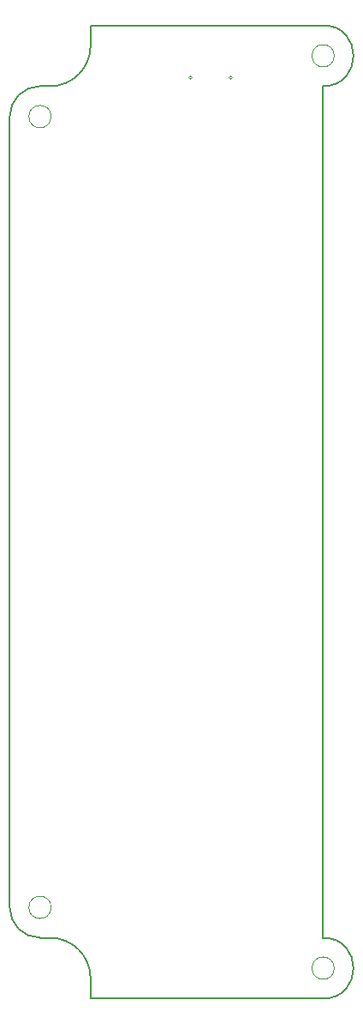
<source format=gbr>
%TF.GenerationSoftware,KiCad,Pcbnew,9.0.3*%
%TF.CreationDate,2025-09-11T11:52:34+03:00*%
%TF.ProjectId,PMMCU-ESP32C3,504d4d43-552d-4455-9350-333243332e6b,rev?*%
%TF.SameCoordinates,Original*%
%TF.FileFunction,Profile,NP*%
%FSLAX46Y46*%
G04 Gerber Fmt 4.6, Leading zero omitted, Abs format (unit mm)*
G04 Created by KiCad (PCBNEW 9.0.3) date 2025-09-11 11:52:34*
%MOMM*%
%LPD*%
G01*
G04 APERTURE LIST*
%TA.AperFunction,Profile*%
%ADD10C,0.200000*%
%TD*%
%TA.AperFunction,Profile*%
%ADD11C,0.100000*%
%TD*%
%TA.AperFunction,Profile*%
%ADD12C,0.050000*%
%TD*%
G04 APERTURE END LIST*
D10*
X3000000Y-42000000D02*
G75*
G02*
X0Y-39000000I0J3000000D01*
G01*
X8000000Y46000000D02*
G75*
G02*
X4000000Y42000000I-4000000J0D01*
G01*
X8000000Y-48000000D02*
X8000000Y-46000000D01*
X4000000Y42000000D02*
X3000000Y42000000D01*
X4000000Y-42000000D02*
X3000000Y-42000000D01*
X0Y39000000D02*
G75*
G02*
X3000000Y42000000I3000000J0D01*
G01*
X4000000Y-42000000D02*
G75*
G02*
X8000000Y-46000000I0J-4000000D01*
G01*
X8000000Y48000000D02*
X8000000Y46000000D01*
X31000000Y-42000000D02*
X31000000Y42000000D01*
X31000000Y-42000000D02*
G75*
G02*
X31000000Y-48000000I0J-3000000D01*
G01*
X0Y39000000D02*
X0Y-39000000D01*
X31000000Y48000000D02*
X8000000Y48000000D01*
X31000000Y-48000000D02*
X8000000Y-48000000D01*
X31000000Y48000000D02*
G75*
G02*
X31000000Y42000000I0J-3000000D01*
G01*
D11*
%TO.C,J1*%
X18050028Y42852208D02*
G75*
G02*
X17710028Y42852208I-170000J0D01*
G01*
X17710028Y42852208D02*
G75*
G02*
X18050028Y42852208I170000J0D01*
G01*
X22050028Y42852208D02*
G75*
G02*
X21710028Y42852208I-170000J0D01*
G01*
X21710028Y42852208D02*
G75*
G02*
X22050028Y42852208I170000J0D01*
G01*
D12*
%TO.C,H2*%
X4100000Y-39000000D02*
G75*
G02*
X1900000Y-39000000I-1100000J0D01*
G01*
X1900000Y-39000000D02*
G75*
G02*
X4100000Y-39000000I1100000J0D01*
G01*
%TO.C,H4*%
X32100000Y-45000000D02*
G75*
G02*
X29900000Y-45000000I-1100000J0D01*
G01*
X29900000Y-45000000D02*
G75*
G02*
X32100000Y-45000000I1100000J0D01*
G01*
%TO.C,H3*%
X32100000Y45000000D02*
G75*
G02*
X29900000Y45000000I-1100000J0D01*
G01*
X29900000Y45000000D02*
G75*
G02*
X32100000Y45000000I1100000J0D01*
G01*
%TO.C,H1*%
X4100000Y39000000D02*
G75*
G02*
X1900000Y39000000I-1100000J0D01*
G01*
X1900000Y39000000D02*
G75*
G02*
X4100000Y39000000I1100000J0D01*
G01*
%TD*%
M02*

</source>
